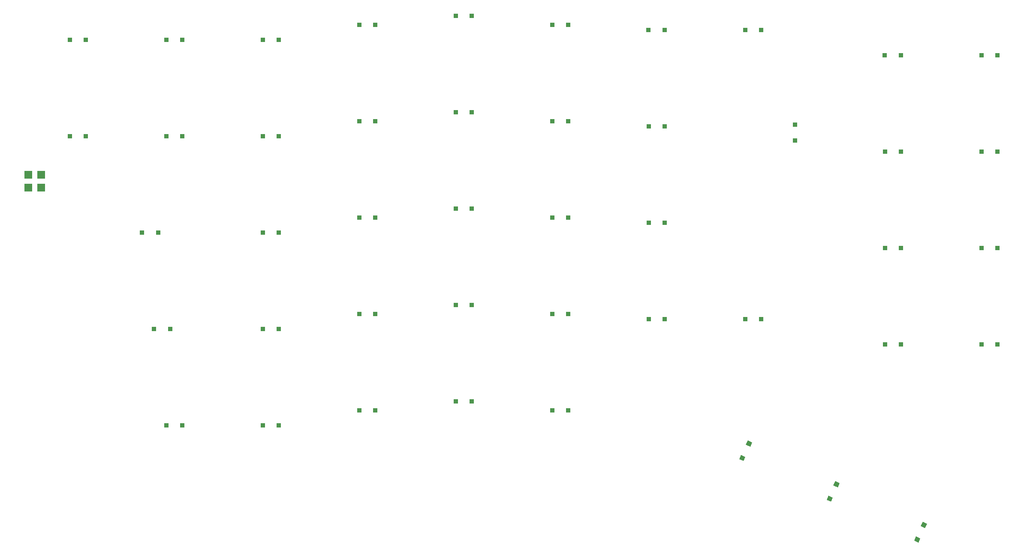
<source format=gbp>
G04 This is an RS-274x file exported by *
G04 gerbv version 2.6.0 *
G04 More information is available about gerbv at *
G04 http://gerbv.gpleda.org/ *
G04 --End of header info--*
%MOIN*%
%FSLAX34Y34*%
%IPPOS*%
G04 --Define apertures--*
%ADD10C,0.0039*%
%ADD11R,0.0354X0.0374*%
%ADD12R,0.0374X0.0354*%
%ADD13R,0.0600X0.0600*%
G04 --Start main section--*
G54D11*
G01X0030667Y-040510D03*
G01X0029427Y-040510D03*
G01X0015663Y-018010D03*
G01X0014423Y-018010D03*
G54D10*
G36*
G01X0080920Y-055992D02*
G01X0080581Y-055834D01*
G01X0080731Y-055513D01*
G01X0081070Y-055671D01*
G01X0080920Y-055992D01*
G01X0080920Y-055992D01*
G37*
G36*
G01X0080396Y-057116D02*
G01X0080057Y-056958D01*
G01X0080207Y-056637D01*
G01X0080546Y-056795D01*
G01X0080396Y-057116D01*
G01X0080396Y-057116D01*
G37*
G54D11*
G01X0086543Y-041689D03*
G01X0085303Y-041689D03*
G01X0086545Y-034195D03*
G01X0085305Y-034195D03*
G01X0086543Y-026689D03*
G01X0085303Y-026689D03*
G01X0086545Y-019195D03*
G01X0085305Y-019195D03*
G54D10*
G36*
G01X0074125Y-052823D02*
G01X0073786Y-052665D01*
G01X0073936Y-052344D01*
G01X0074275Y-052502D01*
G01X0074125Y-052823D01*
G01X0074125Y-052823D01*
G37*
G36*
G01X0073601Y-053947D02*
G01X0073262Y-053789D01*
G01X0073412Y-053468D01*
G01X0073751Y-053626D01*
G01X0073601Y-053947D01*
G01X0073601Y-053947D01*
G37*
G54D11*
G01X0079046Y-041692D03*
G01X0077806Y-041692D03*
G01X0079045Y-034195D03*
G01X0077805Y-034195D03*
G01X0079045Y-026695D03*
G01X0077805Y-026695D03*
G01X0079026Y-019195D03*
G01X0077785Y-019195D03*
G01X0068163Y-039722D03*
G01X0066923Y-039722D03*
G54D12*
G01X0070795Y-024601D03*
G01X0070795Y-025841D03*
G54D11*
G01X0068167Y-017222D03*
G01X0066927Y-017222D03*
G01X0060663Y-039722D03*
G01X0059423Y-039722D03*
G01X0060666Y-032222D03*
G01X0059426Y-032222D03*
G01X0060668Y-024721D03*
G01X0059428Y-024721D03*
G01X0060659Y-017226D03*
G01X0059419Y-017226D03*
G01X0053163Y-046829D03*
G01X0051923Y-046829D03*
G01X0053167Y-039329D03*
G01X0051927Y-039329D03*
G01X0053167Y-031830D03*
G01X0051927Y-031830D03*
G01X0053163Y-024329D03*
G01X0051923Y-024329D03*
G01X0053163Y-016829D03*
G01X0051923Y-016829D03*
G01X0045663Y-046120D03*
G01X0044423Y-046120D03*
G01X0045667Y-038620D03*
G01X0044427Y-038620D03*
G01X0045663Y-031120D03*
G01X0044423Y-031120D03*
G01X0045667Y-023620D03*
G01X0044427Y-023620D03*
G01X0045663Y-016120D03*
G01X0044423Y-016120D03*
G01X0038163Y-046829D03*
G01X0036923Y-046829D03*
G01X0038163Y-039329D03*
G01X0036923Y-039329D03*
G01X0038167Y-031829D03*
G01X0036927Y-031829D03*
G01X0038163Y-024329D03*
G01X0036923Y-024329D03*
G01X0038163Y-016829D03*
G01X0036923Y-016829D03*
G01X0030663Y-048010D03*
G01X0029423Y-048010D03*
G01X0030663Y-033006D03*
G01X0029423Y-033006D03*
G01X0030663Y-025510D03*
G01X0029423Y-025510D03*
G01X0030663Y-018010D03*
G01X0029423Y-018010D03*
G01X0023171Y-048010D03*
G01X0021931Y-048010D03*
G01X0022226Y-040510D03*
G01X0020986Y-040510D03*
G01X0021293Y-033006D03*
G01X0020053Y-033006D03*
G01X0023167Y-025510D03*
G01X0021927Y-025510D03*
G01X0023163Y-018010D03*
G01X0021923Y-018010D03*
G01X0015667Y-025506D03*
G01X0014427Y-025506D03*
G54D10*
G36*
G01X0067326Y-049653D02*
G01X0066987Y-049495D01*
G01X0067137Y-049174D01*
G01X0067476Y-049332D01*
G01X0067326Y-049653D01*
G01X0067326Y-049653D01*
G37*
G36*
G01X0066802Y-050777D02*
G01X0066463Y-050619D01*
G01X0066612Y-050298D01*
G01X0066951Y-050456D01*
G01X0066802Y-050777D01*
G01X0066802Y-050777D01*
G37*
G54D13*
G01X0012200Y-028500D03*
G01X0012200Y-029500D03*
G01X0011200Y-029500D03*
G01X0011200Y-028500D03*
M02*

</source>
